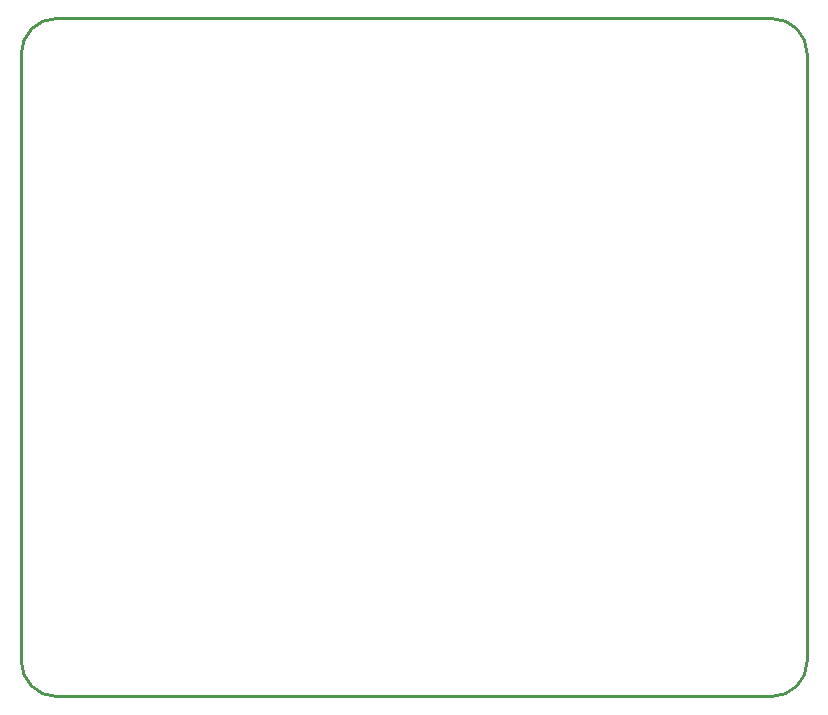
<source format=gko>
G04 Layer: BoardOutlineLayer*
G04 EasyEDA v6.5.38, 2023-12-09 00:29:23*
G04 cc5c81a3f0414725bc0bd174f0517b54,10*
G04 Gerber Generator version 0.2*
G04 Scale: 100 percent, Rotated: No, Reflected: No *
G04 Dimensions in millimeters *
G04 leading zeros omitted , absolute positions ,4 integer and 5 decimal *
%FSLAX45Y45*%
%MOMM*%

%ADD10C,0.2540*%
D10*
X299999Y5740400D02*
G01*
X6354800Y5740400D01*
G75*
G01*
X6354801Y5740400D02*
G02*
X6654800Y5440401I0J-299999D01*
X6654800Y5440400D02*
G01*
X6654800Y299999D01*
G75*
G01*
X6654800Y299999D02*
G02*
X6354801Y0I-299999J0D01*
X6354800Y0D02*
G01*
X299999Y0D01*
G75*
G01*
X299999Y0D02*
G02*
X0Y299999I0J299999D01*
X0Y299999D02*
G01*
X0Y5440400D01*
G75*
G01*
X0Y5440401D02*
G02*
X299999Y5740400I299999J0D01*

%LPD*%
M02*

</source>
